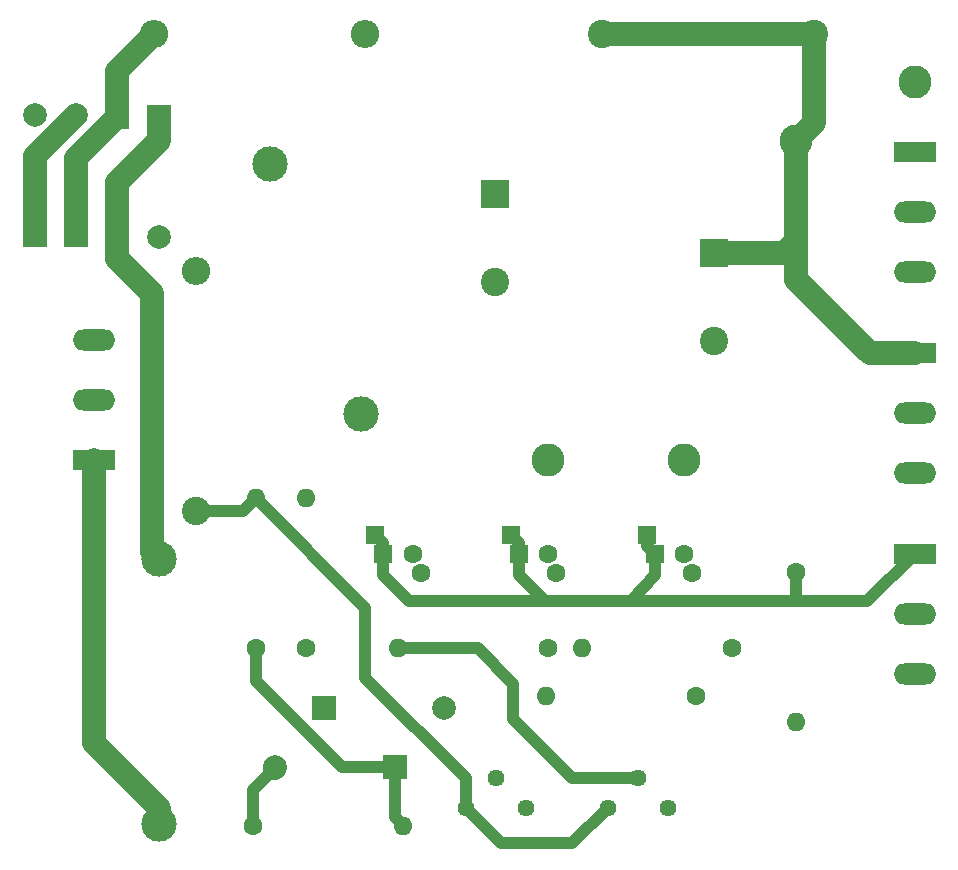
<source format=gbr>
G04 #@! TF.GenerationSoftware,KiCad,Pcbnew,(5.1.5-0-10_14)*
G04 #@! TF.CreationDate,2020-02-01T21:54:20+00:00*
G04 #@! TF.ProjectId,PowerSupply,506f7765-7253-4757-9070-6c792e6b6963,rev?*
G04 #@! TF.SameCoordinates,Original*
G04 #@! TF.FileFunction,Copper,L1,Top*
G04 #@! TF.FilePolarity,Positive*
%FSLAX46Y46*%
G04 Gerber Fmt 4.6, Leading zero omitted, Abs format (unit mm)*
G04 Created by KiCad (PCBNEW (5.1.5-0-10_14)) date 2020-02-01 21:54:20*
%MOMM*%
%LPD*%
G04 APERTURE LIST*
%ADD10C,2.400000*%
%ADD11O,2.400000X2.400000*%
%ADD12R,2.400000X2.400000*%
%ADD13R,1.600000X1.600000*%
%ADD14C,1.600000*%
%ADD15R,3.600000X1.800000*%
%ADD16O,3.600000X1.800000*%
%ADD17O,1.600000X1.600000*%
%ADD18C,1.998980*%
%ADD19R,1.998980X1.998980*%
%ADD20C,1.440000*%
%ADD21C,2.800000*%
%ADD22C,3.000000*%
%ADD23C,1.000000*%
%ADD24C,2.000000*%
G04 APERTURE END LIST*
D10*
X120500000Y-43000000D03*
D11*
X64620000Y-43000000D03*
D10*
X102500000Y-43000000D03*
D11*
X82500000Y-43000000D03*
D12*
X112000000Y-61500000D03*
D10*
X112000000Y-69000000D03*
D13*
X84000000Y-87000000D03*
D14*
X86500000Y-87000000D03*
D13*
X83329063Y-85400000D03*
D14*
X87170937Y-88600000D03*
D15*
X129000000Y-70000000D03*
D16*
X129000000Y-75080000D03*
X129000000Y-80160000D03*
D14*
X77500000Y-95000000D03*
D17*
X77500000Y-82300000D03*
D13*
X95500000Y-87000000D03*
D14*
X98000000Y-87000000D03*
D13*
X94829063Y-85400000D03*
D14*
X98670937Y-88600000D03*
D13*
X107000000Y-87000000D03*
D14*
X109500000Y-87000000D03*
D13*
X106329063Y-85400000D03*
D14*
X110170937Y-88600000D03*
D18*
X89160000Y-99997460D03*
D19*
X79000000Y-99997460D03*
D18*
X74840000Y-105002540D03*
D19*
X85000000Y-105002540D03*
D15*
X59500000Y-79000000D03*
D16*
X59500000Y-73920000D03*
X59500000Y-68840000D03*
D20*
X108080000Y-108500000D03*
X105540000Y-105960000D03*
X103000000Y-108500000D03*
X96080000Y-108500000D03*
X93540000Y-105960000D03*
X91000000Y-108500000D03*
D15*
X129000000Y-53000000D03*
D16*
X129000000Y-58080000D03*
X129000000Y-63160000D03*
D15*
X129000000Y-87000000D03*
D16*
X129000000Y-92080000D03*
X129000000Y-97160000D03*
D14*
X98000000Y-95000000D03*
D17*
X85300000Y-95000000D03*
D14*
X119000000Y-88500000D03*
D17*
X119000000Y-101200000D03*
D14*
X73250000Y-95000000D03*
D17*
X73250000Y-82300000D03*
D14*
X73000000Y-110000000D03*
D17*
X85700000Y-110000000D03*
D18*
X65002540Y-60160000D03*
D19*
X65002540Y-50000000D03*
D18*
X54497460Y-49840000D03*
D19*
X54497460Y-60000000D03*
D18*
X61502540Y-60160000D03*
D19*
X61502540Y-50000000D03*
D18*
X57997460Y-49840000D03*
D19*
X57997460Y-60000000D03*
D21*
X129000000Y-47000000D03*
X119000000Y-52000000D03*
X98000000Y-79000000D03*
X109500000Y-79000000D03*
D14*
X113500000Y-95000000D03*
D17*
X100800000Y-95000000D03*
D14*
X110500000Y-99000000D03*
D17*
X97800000Y-99000000D03*
D10*
X93500000Y-64000000D03*
D12*
X93500000Y-56500000D03*
D10*
X68200000Y-83400000D03*
D11*
X68200000Y-63080000D03*
D22*
X65000000Y-109900000D03*
X65000000Y-87400000D03*
X74400000Y-54000000D03*
X82095453Y-75143084D03*
D23*
X91000000Y-108500000D02*
X94000000Y-111500000D01*
X94000000Y-111500000D02*
X100000000Y-111500000D01*
X100000000Y-111500000D02*
X103000000Y-108500000D01*
X91000000Y-106000000D02*
X91000000Y-108500000D01*
X82500000Y-97500000D02*
X91000000Y-106000000D01*
X82500000Y-91550000D02*
X82500000Y-97500000D01*
X73250000Y-82300000D02*
X82500000Y-91550000D01*
X72150000Y-83400000D02*
X73250000Y-82300000D01*
X68200000Y-83400000D02*
X72150000Y-83400000D01*
X85300000Y-95000000D02*
X92000000Y-95000000D01*
X99960000Y-105960000D02*
X105540000Y-105960000D01*
X95000000Y-101000000D02*
X99960000Y-105960000D01*
X95000000Y-98000000D02*
X95000000Y-101000000D01*
X92000000Y-95000000D02*
X95000000Y-98000000D01*
X85000000Y-105002540D02*
X85000000Y-109300000D01*
X85000000Y-109300000D02*
X85700000Y-110000000D01*
X80502540Y-105002540D02*
X85000000Y-105002540D01*
X73250000Y-97750000D02*
X80502540Y-105002540D01*
X73250000Y-95000000D02*
X73250000Y-97750000D01*
D24*
X61502540Y-60160000D02*
X61502540Y-55497460D01*
X65002540Y-51997460D02*
X65002540Y-50000000D01*
X61502540Y-55497460D02*
X65002540Y-51997460D01*
X64400000Y-64900000D02*
X61502540Y-62002540D01*
X64400000Y-86800000D02*
X64400000Y-64900000D01*
X61502540Y-62002540D02*
X61502540Y-60160000D01*
X65000000Y-87400000D02*
X64400000Y-86800000D01*
X57997460Y-60000000D02*
X57997460Y-53505080D01*
X57997460Y-53505080D02*
X61502540Y-50000000D01*
X61502540Y-46117460D02*
X64620000Y-43000000D01*
X61502540Y-50000000D02*
X61502540Y-46117460D01*
X120500000Y-50500000D02*
X119000000Y-52000000D01*
X120500000Y-43000000D02*
X120500000Y-50500000D01*
X125200000Y-70000000D02*
X129000000Y-70000000D01*
X119000000Y-63800000D02*
X125200000Y-70000000D01*
X119000000Y-60500000D02*
X119000000Y-63800000D01*
X119000000Y-52000000D02*
X119000000Y-60500000D01*
X118000000Y-61500000D02*
X119000000Y-60500000D01*
X112000000Y-61500000D02*
X118000000Y-61500000D01*
X120500000Y-43000000D02*
X102500000Y-43000000D01*
D23*
X95500000Y-88800000D02*
X95500000Y-87000000D01*
X104720002Y-91000000D02*
X97700000Y-91000000D01*
X97700000Y-91000000D02*
X95500000Y-88800000D01*
X95500000Y-86070937D02*
X94829063Y-85400000D01*
X95500000Y-87000000D02*
X95500000Y-86070937D01*
X84000000Y-88800000D02*
X84000000Y-87000000D01*
X86200000Y-91000000D02*
X84000000Y-88800000D01*
X97700000Y-91000000D02*
X86200000Y-91000000D01*
X84000000Y-86070937D02*
X83329063Y-85400000D01*
X84000000Y-87000000D02*
X84000000Y-86070937D01*
X106329063Y-86329063D02*
X107000000Y-87000000D01*
X106329063Y-85400000D02*
X106329063Y-86329063D01*
X104800000Y-91000000D02*
X104720002Y-91000000D01*
X107000000Y-87000000D02*
X107000000Y-88800000D01*
X125000000Y-91000000D02*
X129000000Y-87000000D01*
X119000000Y-91000000D02*
X105000000Y-91000000D01*
X105000000Y-91000000D02*
X104800000Y-91000000D01*
X107000000Y-88800000D02*
X105000000Y-91000000D01*
X119000000Y-91000000D02*
X125000000Y-91000000D01*
X119000000Y-88500000D02*
X119000000Y-91000000D01*
D24*
X54497460Y-60000000D02*
X54497460Y-53340000D01*
X54497460Y-53340000D02*
X57997460Y-49840000D01*
D23*
X74840000Y-105160000D02*
X73000000Y-107000000D01*
X73000000Y-107000000D02*
X73000000Y-110000000D01*
D24*
X74840000Y-105002540D02*
X74840000Y-105160000D01*
X65000000Y-108500000D02*
X65000000Y-109900000D01*
X59500000Y-103000000D02*
X65000000Y-108500000D01*
X59500000Y-79000000D02*
X59500000Y-103000000D01*
M02*

</source>
